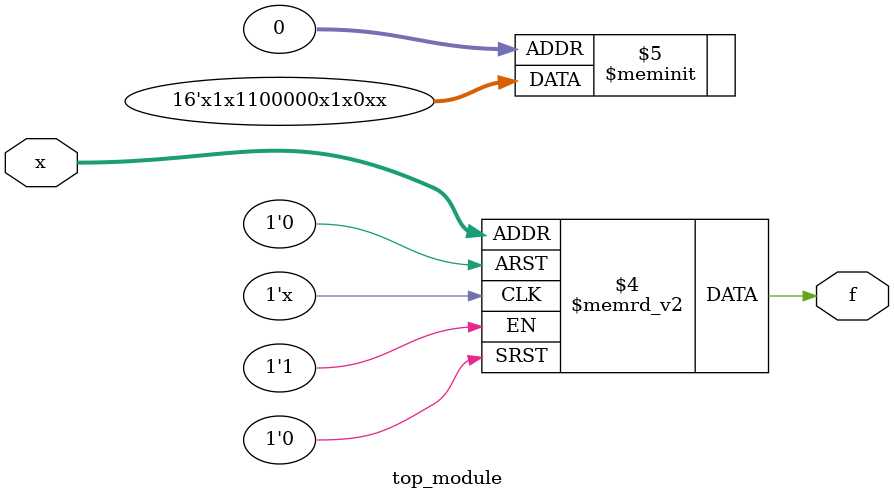
<source format=sv>
module top_module (
  input [4:1] x,
  output logic f
);

  always_comb begin
    case(x)
      4'h0, 4'h1, 4'h3, 4'h5, 4'hd, 4'hf: f = 1'bx;
      4'h2, 4'h6: f = 0;
      4'h4, 4'hb, 4'hc, 4'he: f = 1;
      default: f = 0;
    endcase
  end

endmodule

</source>
